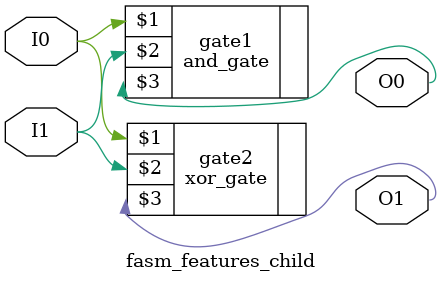
<source format=v>
`include "../common/and_gate.sim.v"
`include "../common/xor_gate.sim.v"

(* FASM_PREFIX = "TOP_FASM_PREFIX" *)
module fasm_features_child (I0, I1, O0, O1);
  input  wire I0;
  input  wire I1;
  output wire O0;
  output wire O1;

 (* FASM_PREFIX = "THIS_IS_THE_AND_GATE" *)
 and_gate gate1(I0, I1, O0);

 (* FASM_FEATURES = "FEATURE_A FEATURE_B" *)
 xor_gate gate2(I0, I1, O1);

endmodule


</source>
